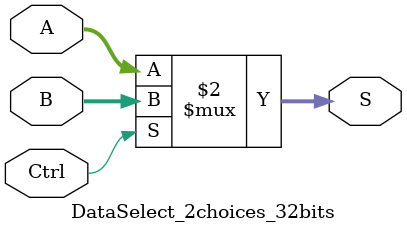
<source format=v>
`timescale 1ns / 1ps

module DataSelect_2choices_32bits(
  input [31:0] A, 
  input [31:0] B, 
  input Ctrl, 
  output [31:0] S
);
  
  assign S = (Ctrl == 1'b0 ? A : B);
endmodule

</source>
